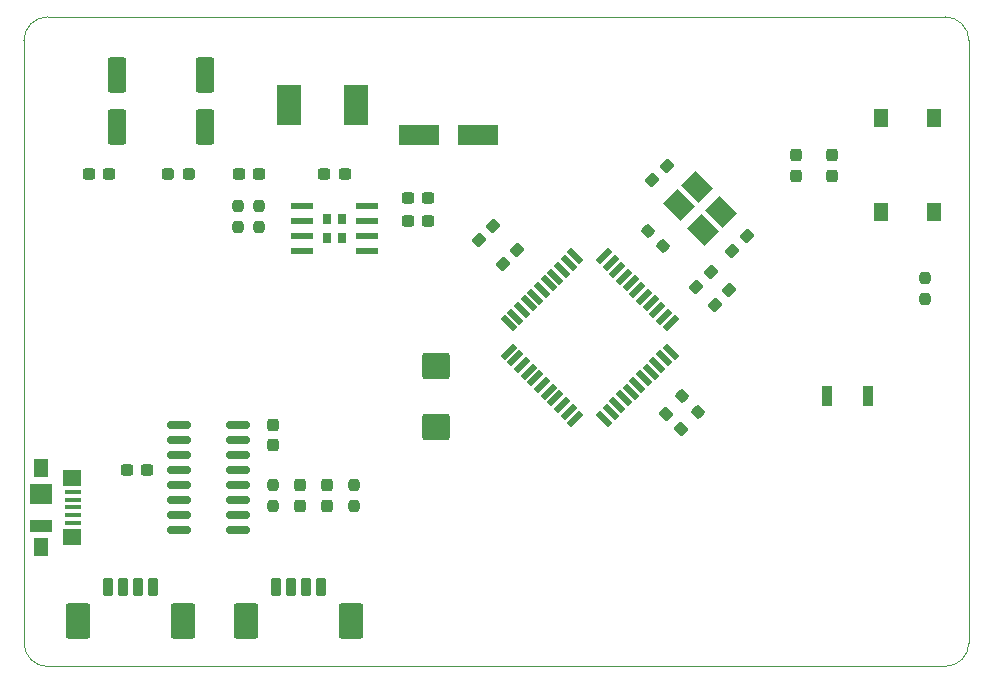
<source format=gbr>
%TF.GenerationSoftware,KiCad,Pcbnew,(5.99.0-10407-g1e8b23402c)*%
%TF.CreationDate,2021-04-27T17:36:09+08:00*%
%TF.ProjectId,PIC32MX150,50494333-324d-4583-9135-302e6b696361,rev?*%
%TF.SameCoordinates,Original*%
%TF.FileFunction,Paste,Top*%
%TF.FilePolarity,Positive*%
%FSLAX46Y46*%
G04 Gerber Fmt 4.6, Leading zero omitted, Abs format (unit mm)*
G04 Created by KiCad (PCBNEW (5.99.0-10407-g1e8b23402c)) date 2021-04-27 17:36:09*
%MOMM*%
%LPD*%
G01*
G04 APERTURE LIST*
G04 Aperture macros list*
%AMRoundRect*
0 Rectangle with rounded corners*
0 $1 Rounding radius*
0 $2 $3 $4 $5 $6 $7 $8 $9 X,Y pos of 4 corners*
0 Add a 4 corners polygon primitive as box body*
4,1,4,$2,$3,$4,$5,$6,$7,$8,$9,$2,$3,0*
0 Add four circle primitives for the rounded corners*
1,1,$1+$1,$2,$3*
1,1,$1+$1,$4,$5*
1,1,$1+$1,$6,$7*
1,1,$1+$1,$8,$9*
0 Add four rect primitives between the rounded corners*
20,1,$1+$1,$2,$3,$4,$5,0*
20,1,$1+$1,$4,$5,$6,$7,0*
20,1,$1+$1,$6,$7,$8,$9,0*
20,1,$1+$1,$8,$9,$2,$3,0*%
%AMRotRect*
0 Rectangle, with rotation*
0 The origin of the aperture is its center*
0 $1 length*
0 $2 width*
0 $3 Rotation angle, in degrees counterclockwise*
0 Add horizontal line*
21,1,$1,$2,0,0,$3*%
G04 Aperture macros list end*
%TA.AperFunction,Profile*%
%ADD10C,0.050000*%
%TD*%
%ADD11RoundRect,0.237500X-0.044194X-0.380070X0.380070X0.044194X0.044194X0.380070X-0.380070X-0.044194X0*%
%ADD12RoundRect,0.237500X-0.380070X0.044194X0.044194X-0.380070X0.380070X-0.044194X-0.044194X0.380070X0*%
%ADD13RoundRect,0.250000X0.925000X-0.875000X0.925000X0.875000X-0.925000X0.875000X-0.925000X-0.875000X0*%
%ADD14RoundRect,0.237500X-0.344715X0.008839X0.008839X-0.344715X0.344715X-0.008839X-0.008839X0.344715X0*%
%ADD15RotRect,1.500000X0.550000X45.000000*%
%ADD16RotRect,1.500000X0.550000X135.000000*%
%ADD17RoundRect,0.237500X0.300000X0.237500X-0.300000X0.237500X-0.300000X-0.237500X0.300000X-0.237500X0*%
%ADD18RoundRect,0.250000X0.550000X-1.250000X0.550000X1.250000X-0.550000X1.250000X-0.550000X-1.250000X0*%
%ADD19RoundRect,0.237500X-0.237500X0.250000X-0.237500X-0.250000X0.237500X-0.250000X0.237500X0.250000X0*%
%ADD20RoundRect,0.150000X-0.825000X-0.150000X0.825000X-0.150000X0.825000X0.150000X-0.825000X0.150000X0*%
%ADD21RoundRect,0.237500X0.044194X0.380070X-0.380070X-0.044194X-0.044194X-0.380070X0.380070X0.044194X0*%
%ADD22RoundRect,0.237500X0.344715X-0.008839X-0.008839X0.344715X-0.344715X0.008839X0.008839X-0.344715X0*%
%ADD23RotRect,2.100000X1.725000X315.000000*%
%ADD24RoundRect,0.237500X-0.300000X-0.237500X0.300000X-0.237500X0.300000X0.237500X-0.300000X0.237500X0*%
%ADD25R,2.000000X3.400000*%
%ADD26R,1.380000X0.450000*%
%ADD27R,1.550000X1.425000*%
%ADD28R,1.300000X1.650000*%
%ADD29R,1.900000X1.000000*%
%ADD30R,1.900000X1.800000*%
%ADD31RoundRect,0.237500X0.237500X-0.250000X0.237500X0.250000X-0.237500X0.250000X-0.237500X-0.250000X0*%
%ADD32RoundRect,0.237500X0.237500X-0.300000X0.237500X0.300000X-0.237500X0.300000X-0.237500X-0.300000X0*%
%ADD33R,1.910000X0.610000*%
%ADD34R,0.723000X0.930000*%
%ADD35R,3.500000X1.800000*%
%ADD36RoundRect,0.237500X-0.287500X-0.237500X0.287500X-0.237500X0.287500X0.237500X-0.287500X0.237500X0*%
%ADD37RoundRect,0.237500X0.237500X-0.287500X0.237500X0.287500X-0.237500X0.287500X-0.237500X-0.287500X0*%
%ADD38R,0.900000X1.700000*%
%ADD39R,1.300000X1.550000*%
%ADD40RoundRect,0.200000X-0.200000X-0.600000X0.200000X-0.600000X0.200000X0.600000X-0.200000X0.600000X0*%
%ADD41RoundRect,0.250001X-0.799999X-1.249999X0.799999X-1.249999X0.799999X1.249999X-0.799999X1.249999X0*%
G04 APERTURE END LIST*
D10*
X118000000Y-40000000D02*
G75*
G02*
X120000000Y-42000000I0J-2000000D01*
G01*
X42000000Y-95000000D02*
G75*
G02*
X40000000Y-93000000I0J2000000D01*
G01*
X120000000Y-93000000D02*
G75*
G02*
X118000000Y-95000000I-2000000J0D01*
G01*
X42000000Y-95000000D02*
X118000000Y-95000000D01*
X40000000Y-42000000D02*
X40000000Y-93000000D01*
X40000000Y-42000000D02*
G75*
G02*
X42000000Y-40000000I2000000J0D01*
G01*
X118000000Y-40000000D02*
X42000000Y-40000000D01*
X120000000Y-93000000D02*
X120000000Y-42000000D01*
D11*
%TO.C,C1*%
X98488500Y-64389000D03*
X99708260Y-63169240D03*
%TD*%
D12*
%TO.C,C2*%
X94386120Y-73660000D03*
X95605880Y-74879760D03*
%TD*%
D11*
%TO.C,C4*%
X80532000Y-60927000D03*
X81751760Y-59707240D03*
%TD*%
D13*
%TO.C,C6*%
X74930000Y-74686000D03*
X74930000Y-69586000D03*
%TD*%
D14*
%TO.C,R2*%
X95758000Y-72136000D03*
X97048470Y-73426470D03*
%TD*%
D15*
%TO.C,U1*%
X81039059Y-68352087D03*
X81604745Y-68917772D03*
X82170430Y-69483457D03*
X82736115Y-70049143D03*
X83301801Y-70614828D03*
X83867486Y-71180514D03*
X84433172Y-71746199D03*
X84998857Y-72311885D03*
X85564543Y-72877570D03*
X86130228Y-73443255D03*
X86695913Y-74008941D03*
D16*
X89100077Y-74008941D03*
X89665762Y-73443255D03*
X90231447Y-72877570D03*
X90797133Y-72311885D03*
X91362818Y-71746199D03*
X91928504Y-71180514D03*
X92494189Y-70614828D03*
X93059875Y-70049143D03*
X93625560Y-69483457D03*
X94191245Y-68917772D03*
X94756931Y-68352087D03*
D15*
X94756931Y-65947923D03*
X94191245Y-65382238D03*
X93625560Y-64816553D03*
X93059875Y-64250867D03*
X92494189Y-63685182D03*
X91928504Y-63119496D03*
X91362818Y-62553811D03*
X90797133Y-61988125D03*
X90231447Y-61422440D03*
X89665762Y-60856755D03*
X89100077Y-60291069D03*
D16*
X86695913Y-60291069D03*
X86130228Y-60856755D03*
X85564543Y-61422440D03*
X84998857Y-61988125D03*
X84433172Y-62553811D03*
X83867486Y-63119496D03*
X83301801Y-63685182D03*
X82736115Y-64250867D03*
X82170430Y-64816553D03*
X81604745Y-65382238D03*
X81039059Y-65947923D03*
%TD*%
D17*
%TO.C,C8*%
X47217500Y-53340000D03*
X45492500Y-53340000D03*
%TD*%
D18*
%TO.C,C9*%
X47880000Y-49358000D03*
X47880000Y-44958000D03*
%TD*%
D17*
%TO.C,C10*%
X67156500Y-53340000D03*
X65431500Y-53340000D03*
%TD*%
D18*
%TO.C,C11*%
X55372000Y-49358000D03*
X55372000Y-44958000D03*
%TD*%
D19*
%TO.C,R4*%
X58166000Y-55983500D03*
X58166000Y-57808500D03*
%TD*%
D20*
%TO.C,U3*%
X53151000Y-74549000D03*
X53151000Y-75819000D03*
X53151000Y-77089000D03*
X53151000Y-78359000D03*
X53151000Y-79629000D03*
X53151000Y-80899000D03*
X53151000Y-82169000D03*
X53151000Y-83439000D03*
X58101000Y-83439000D03*
X58101000Y-82169000D03*
X58101000Y-80899000D03*
X58101000Y-79629000D03*
X58101000Y-78359000D03*
X58101000Y-77089000D03*
X58101000Y-75819000D03*
X58101000Y-74549000D03*
%TD*%
D11*
%TO.C,C13*%
X93218000Y-53848000D03*
X94437760Y-52628240D03*
%TD*%
D21*
%TO.C,C14*%
X101193880Y-58572120D03*
X99974120Y-59791880D03*
%TD*%
D22*
%TO.C,R5*%
X94121000Y-59403000D03*
X92830530Y-58112530D03*
%TD*%
D23*
%TO.C,Y1*%
X95438217Y-55971674D03*
X97488826Y-58022283D03*
X99026783Y-56484326D03*
X96976174Y-54433717D03*
%TD*%
D24*
%TO.C,C17*%
X58219000Y-53340000D03*
X59944000Y-53340000D03*
%TD*%
D25*
%TO.C,L1*%
X68128000Y-47498000D03*
X62428000Y-47498000D03*
%TD*%
D11*
%TO.C,C3*%
X78500000Y-58895000D03*
X79719760Y-57675240D03*
%TD*%
D26*
%TO.C,J2*%
X44132000Y-80234000D03*
X44132000Y-80884000D03*
X44132000Y-81534000D03*
X44132000Y-82184000D03*
X44132000Y-82834000D03*
D27*
X44047000Y-84021500D03*
D28*
X41472000Y-78159000D03*
X41472000Y-84909000D03*
D29*
X41472000Y-83084000D03*
D27*
X44047000Y-79046500D03*
D30*
X41472000Y-80384000D03*
%TD*%
D31*
%TO.C,R3*%
X59944000Y-57808500D03*
X59944000Y-55983500D03*
%TD*%
D32*
%TO.C,C18*%
X61087000Y-76274000D03*
X61087000Y-74549000D03*
%TD*%
D33*
%TO.C,U2*%
X63514000Y-56007000D03*
X63514000Y-57277000D03*
X63514000Y-58547000D03*
X63514000Y-59817000D03*
X69074000Y-59817000D03*
X69074000Y-58547000D03*
X69074000Y-57277000D03*
X69074000Y-56007000D03*
D34*
X65691500Y-57137000D03*
X65691500Y-58687000D03*
X66896500Y-57137000D03*
X66896500Y-58687000D03*
%TD*%
D17*
%TO.C,C12*%
X50419000Y-78359000D03*
X48694000Y-78359000D03*
%TD*%
D24*
%TO.C,C16*%
X72517000Y-55372000D03*
X74242000Y-55372000D03*
%TD*%
%TO.C,C15*%
X72517000Y-57276000D03*
X74242000Y-57276000D03*
%TD*%
D35*
%TO.C,D1*%
X73446000Y-50038000D03*
X78446000Y-50038000D03*
%TD*%
D36*
%TO.C,D4*%
X52211000Y-53340000D03*
X53961000Y-53340000D03*
%TD*%
D11*
%TO.C,C5*%
X96926120Y-62839880D03*
X98145880Y-61620120D03*
%TD*%
D31*
%TO.C,R10*%
X61087000Y-81430500D03*
X61087000Y-79605500D03*
%TD*%
%TO.C,R9*%
X67945000Y-81430500D03*
X67945000Y-79605500D03*
%TD*%
%TO.C,R11*%
X116332000Y-63904500D03*
X116332000Y-62079500D03*
%TD*%
D37*
%TO.C,D5*%
X65659000Y-81393000D03*
X65659000Y-79643000D03*
%TD*%
%TO.C,D6*%
X63373000Y-81393000D03*
X63373000Y-79643000D03*
%TD*%
%TO.C,D2*%
X108458000Y-53453000D03*
X108458000Y-51703000D03*
%TD*%
D38*
%TO.C,SW1*%
X108028000Y-72136000D03*
X111428000Y-72136000D03*
%TD*%
D39*
%TO.C,SW3*%
X112558000Y-56558000D03*
X112558000Y-48598000D03*
X117058000Y-56558000D03*
X117058000Y-48598000D03*
%TD*%
D40*
%TO.C,J6*%
X61371000Y-88278000D03*
X62621000Y-88278000D03*
X63871000Y-88278000D03*
X65121000Y-88278000D03*
D41*
X67671000Y-91178000D03*
X58821000Y-91178000D03*
%TD*%
D40*
%TO.C,J7*%
X47147000Y-88286000D03*
X48397000Y-88286000D03*
X49647000Y-88286000D03*
X50897000Y-88286000D03*
D41*
X53447000Y-91186000D03*
X44597000Y-91186000D03*
%TD*%
D37*
%TO.C,D3*%
X105410000Y-53453000D03*
X105410000Y-51703000D03*
%TD*%
M02*

</source>
